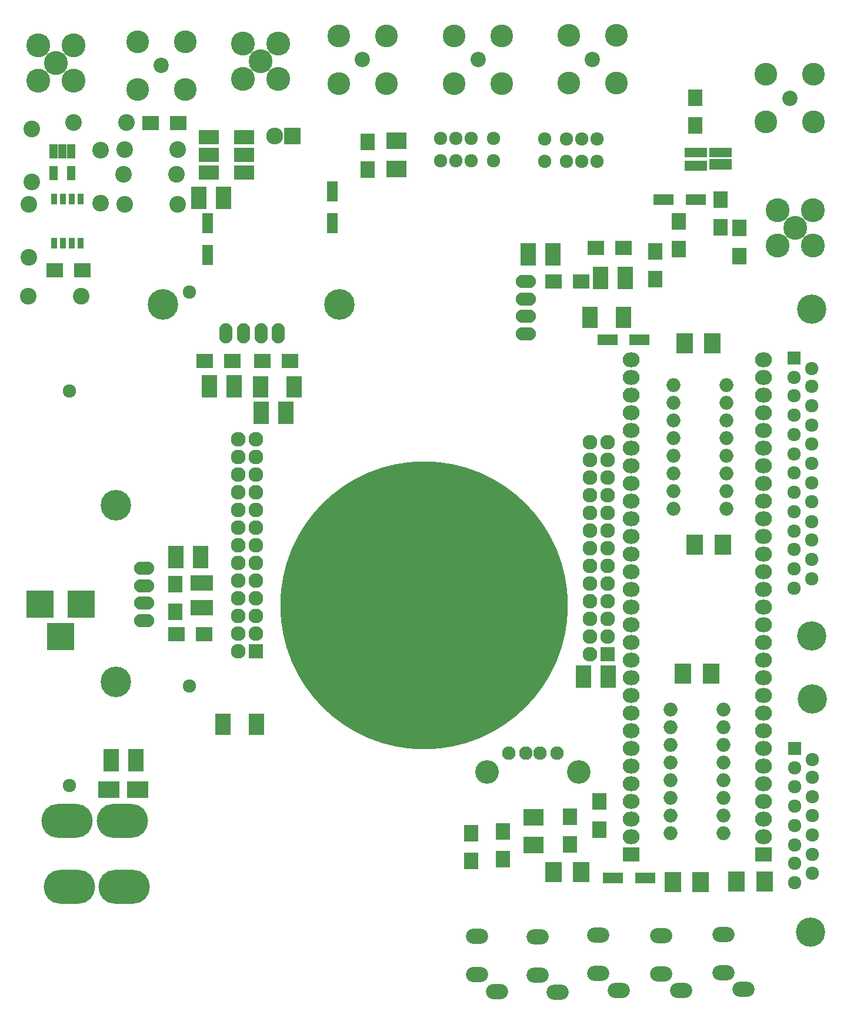
<source format=gbr>
G04 #@! TF.FileFunction,Soldermask,Top*
%FSLAX46Y46*%
G04 Gerber Fmt 4.6, Leading zero omitted, Abs format (unit mm)*
G04 Created by KiCad (PCBNEW 4.0.1-3.201512221401+6198~38~ubuntu15.10.1-stable) date Mon 22 Aug 2016 05:07:10 AM PDT*
%MOMM*%
G01*
G04 APERTURE LIST*
%ADD10C,0.100000*%
%ADD11C,2.398980*%
%ADD12R,1.598880X2.998420*%
%ADD13R,1.598880X3.000960*%
%ADD14R,2.127200X2.127200*%
%ADD15O,2.127200X2.127200*%
%ADD16R,2.178000X3.194000*%
%ADD17O,2.899360X1.901140*%
%ADD18R,2.200860X3.100020*%
%ADD19R,2.400000X2.000000*%
%ADD20R,2.100000X2.400000*%
%ADD21R,2.000000X2.400000*%
%ADD22C,1.924000*%
%ADD23R,2.400000X2.900000*%
%ADD24R,2.998420X1.598880*%
%ADD25R,3.000960X1.598880*%
%ADD26C,2.200000*%
%ADD27C,3.280000*%
%ADD28R,3.199080X1.598880*%
%ADD29R,3.199080X1.400760*%
%ADD30C,3.448000*%
%ADD31R,2.900000X2.400000*%
%ADD32R,2.432000X2.432000*%
%ADD33O,2.432000X2.432000*%
%ADD34R,2.940000X2.050000*%
%ADD35C,4.400000*%
%ADD36O,7.400000X4.900000*%
%ADD37O,1.901140X2.899360*%
%ADD38C,41.400000*%
%ADD39C,1.940000*%
%ADD40C,3.400000*%
%ADD41O,2.000000X2.000000*%
%ADD42R,3.194000X2.178000*%
%ADD43R,2.432000X2.127200*%
%ADD44O,2.432000X2.127200*%
%ADD45C,4.210000*%
%ADD46R,1.924000X1.924000*%
%ADD47O,3.200000X2.200000*%
%ADD48R,3.900120X3.900120*%
%ADD49R,3.051760X2.429460*%
%ADD50R,1.160000X2.050000*%
%ADD51R,0.908000X1.543000*%
G04 APERTURE END LIST*
D10*
D11*
X62150000Y-46265000D03*
X69770000Y-46265000D03*
D12*
X74070000Y-56872520D03*
D13*
X74070000Y-61475000D03*
D14*
X81017900Y-118459700D03*
D15*
X78477900Y-118459700D03*
X81017900Y-115919700D03*
X78477900Y-115919700D03*
X81017900Y-113379700D03*
X78477900Y-113379700D03*
X81017900Y-110839700D03*
X78477900Y-110839700D03*
X81017900Y-108299700D03*
X78477900Y-108299700D03*
X81017900Y-105759700D03*
X78477900Y-105759700D03*
X81017900Y-103219700D03*
X78477900Y-103219700D03*
X81017900Y-100679700D03*
X78477900Y-100679700D03*
X81017900Y-98139700D03*
X78477900Y-98139700D03*
X81017900Y-95599700D03*
X78477900Y-95599700D03*
X81017900Y-93059700D03*
X78477900Y-93059700D03*
X81017900Y-90519700D03*
X78477900Y-90519700D03*
X81017900Y-87979700D03*
X78477900Y-87979700D03*
D14*
X131612160Y-118838160D03*
D15*
X129072160Y-118838160D03*
X131612160Y-116298160D03*
X129072160Y-116298160D03*
X131612160Y-113758160D03*
X129072160Y-113758160D03*
X131612160Y-111218160D03*
X129072160Y-111218160D03*
X131612160Y-108678160D03*
X129072160Y-108678160D03*
X131612160Y-106138160D03*
X129072160Y-106138160D03*
X131612160Y-103598160D03*
X129072160Y-103598160D03*
X131612160Y-101058160D03*
X129072160Y-101058160D03*
X131612160Y-98518160D03*
X129072160Y-98518160D03*
X131612160Y-95978160D03*
X129072160Y-95978160D03*
X131612160Y-93438160D03*
X129072160Y-93438160D03*
X131612160Y-90898160D03*
X129072160Y-90898160D03*
X131612160Y-88358160D03*
X129072160Y-88358160D03*
D16*
X120205000Y-61400000D03*
X123761000Y-61400000D03*
D17*
X119855000Y-70275000D03*
X119855000Y-72775000D03*
X119855000Y-67775000D03*
X119855000Y-65275000D03*
D18*
X129129400Y-70450000D03*
X133930000Y-70450000D03*
D19*
X123880000Y-65300000D03*
X127880000Y-65300000D03*
D20*
X141855000Y-60590000D03*
X141855000Y-56590000D03*
D19*
X129930000Y-60400000D03*
X133930000Y-60400000D03*
D16*
X130599000Y-64775000D03*
X134155000Y-64775000D03*
D21*
X138535000Y-60930000D03*
X138535000Y-64930000D03*
D22*
X115200000Y-44705000D03*
X112000000Y-44705000D03*
X109800000Y-44705000D03*
X107600000Y-44705000D03*
X115200000Y-47905000D03*
X112000000Y-47905000D03*
X109800000Y-47905000D03*
X107600000Y-47905000D03*
D23*
X142740000Y-74115000D03*
X146740000Y-74115000D03*
D24*
X139722520Y-53455000D03*
D25*
X144325000Y-53455000D03*
D26*
X113005000Y-33385000D03*
D27*
X116435000Y-36815000D03*
X109575000Y-36815000D03*
X109575000Y-29955000D03*
X116435000Y-29955000D03*
D28*
X147925000Y-48424580D03*
D29*
X147925000Y-46705000D03*
X144323280Y-46705000D03*
D10*
G36*
X145922820Y-49305300D02*
X142723740Y-49305300D01*
X142723740Y-47904540D01*
X145922820Y-47904540D01*
X145922820Y-49305300D01*
X145922820Y-49305300D01*
G37*
D26*
X129450000Y-33330000D03*
D27*
X132880000Y-36760000D03*
X126020000Y-36760000D03*
X126020000Y-29900000D03*
X132880000Y-29900000D03*
D22*
X122550000Y-48005000D03*
X125750000Y-48005000D03*
X127950000Y-48005000D03*
X130150000Y-48005000D03*
X122550000Y-44805000D03*
X125750000Y-44805000D03*
X127950000Y-44805000D03*
X130150000Y-44805000D03*
D21*
X147925000Y-53455000D03*
X147925000Y-57455000D03*
D30*
X158626227Y-57543329D03*
X161166227Y-55003329D03*
X161166227Y-60083329D03*
X156086227Y-60083329D03*
X156086227Y-55003329D03*
D20*
X150650000Y-57580000D03*
X150650000Y-61580000D03*
D26*
X157861600Y-38929680D03*
D27*
X154431600Y-42359680D03*
X154431600Y-35499680D03*
X161291600Y-35499680D03*
X161291600Y-42359680D03*
D21*
X144275000Y-38830000D03*
X144275000Y-42830000D03*
D31*
X101250000Y-45055000D03*
X101250000Y-49055000D03*
D24*
X131635000Y-73645000D03*
D25*
X136237480Y-73645000D03*
D12*
X92060000Y-52297520D03*
D13*
X92060000Y-56900000D03*
D26*
X96375000Y-33365000D03*
D27*
X99805000Y-36795000D03*
X92945000Y-36795000D03*
X92945000Y-29935000D03*
X99805000Y-29935000D03*
D21*
X97100000Y-45155000D03*
X97100000Y-49155000D03*
D30*
X81685000Y-33625000D03*
X79145000Y-31085000D03*
X84225000Y-31085000D03*
X84225000Y-36165000D03*
X79145000Y-36165000D03*
D32*
X86245000Y-44330000D03*
D33*
X83705000Y-44330000D03*
D26*
X67410000Y-34230000D03*
D27*
X70840000Y-37660000D03*
X63980000Y-37660000D03*
X63980000Y-30800000D03*
X70840000Y-30800000D03*
D19*
X65840000Y-42455000D03*
X69840000Y-42455000D03*
D16*
X72795000Y-53235000D03*
X76351000Y-53235000D03*
D19*
X56075000Y-63680000D03*
X52075000Y-63680000D03*
D34*
X74205000Y-44560000D03*
X79285000Y-44560000D03*
X74205000Y-47100000D03*
X74205000Y-49640000D03*
X79285000Y-49640000D03*
X79285000Y-47100000D03*
D11*
X69720000Y-54210000D03*
X62100000Y-54210000D03*
X69575000Y-49895000D03*
X61955000Y-49895000D03*
D19*
X69545000Y-115990000D03*
X73545000Y-115990000D03*
D35*
X60880000Y-97450000D03*
X60880000Y-122850000D03*
D16*
X69510000Y-104915000D03*
X73066000Y-104915000D03*
D17*
X64925000Y-111520000D03*
X64925000Y-114020000D03*
X64925000Y-109020000D03*
X64925000Y-106520000D03*
D18*
X81684400Y-80400000D03*
X86485000Y-80400000D03*
D36*
X54140000Y-152325000D03*
X62040000Y-152325000D03*
D16*
X81759000Y-84150000D03*
X85315000Y-84150000D03*
X77870000Y-80300000D03*
X74314000Y-80300000D03*
D35*
X67675000Y-68590000D03*
X93075000Y-68590000D03*
D36*
X53880000Y-142835000D03*
X61780000Y-142835000D03*
D22*
X71415000Y-66755000D03*
X71415000Y-123455000D03*
D16*
X131766000Y-122065000D03*
X128210000Y-122065000D03*
D21*
X69405000Y-112780000D03*
X69405000Y-108780000D03*
D37*
X79240000Y-72705000D03*
X76740000Y-72705000D03*
X81740000Y-72705000D03*
X84240000Y-72705000D03*
D20*
X116585000Y-148345000D03*
X116585000Y-144345000D03*
X111990000Y-148585000D03*
X111990000Y-144585000D03*
D38*
X105250000Y-111805000D03*
D39*
X119900000Y-133105000D03*
X121900000Y-133105000D03*
X117400000Y-133105000D03*
X124400000Y-133105000D03*
D40*
X114330000Y-135815000D03*
X127470000Y-135815000D03*
D19*
X77670000Y-76655000D03*
X73670000Y-76655000D03*
X81925000Y-76655000D03*
X85925000Y-76655000D03*
D21*
X130490000Y-144050000D03*
X130490000Y-140050000D03*
D23*
X123865000Y-150210000D03*
X127865000Y-150210000D03*
D41*
X140700000Y-126800000D03*
X140700000Y-129340000D03*
X140700000Y-131880000D03*
X140700000Y-134420000D03*
X140700000Y-136960000D03*
X140700000Y-139500000D03*
X140700000Y-142040000D03*
X140700000Y-144580000D03*
X148320000Y-144580000D03*
X148320000Y-142040000D03*
X148320000Y-139500000D03*
X148320000Y-136960000D03*
X148320000Y-134420000D03*
X148320000Y-131880000D03*
X148320000Y-129340000D03*
X148320000Y-126800000D03*
D20*
X126270000Y-142225000D03*
X126270000Y-146225000D03*
D42*
X73265000Y-112155000D03*
X73265000Y-108599000D03*
D23*
X154230000Y-151510000D03*
X150230000Y-151510000D03*
X146520000Y-121670000D03*
X142520000Y-121670000D03*
X141010000Y-151640000D03*
X145010000Y-151640000D03*
X148220000Y-103090000D03*
X144220000Y-103090000D03*
D43*
X154100000Y-147680000D03*
D44*
X154100000Y-145140000D03*
X154100000Y-142600000D03*
X154100000Y-140060000D03*
X154100000Y-137520000D03*
X154100000Y-134980000D03*
X154100000Y-132440000D03*
X154100000Y-129900000D03*
X154100000Y-127360000D03*
X154100000Y-124820000D03*
X154100000Y-122280000D03*
X154100000Y-119740000D03*
X154100000Y-117200000D03*
X154100000Y-114660000D03*
X154100000Y-112120000D03*
X154100000Y-109580000D03*
X154100000Y-107040000D03*
X154100000Y-104500000D03*
X154100000Y-101960000D03*
X154100000Y-99420000D03*
X154100000Y-96880000D03*
X154100000Y-94340000D03*
X154100000Y-91800000D03*
X154100000Y-89260000D03*
X154100000Y-86720000D03*
X154100000Y-84180000D03*
X154100000Y-81640000D03*
X154100000Y-79100000D03*
X154100000Y-76560000D03*
D43*
X135050000Y-147680000D03*
D44*
X135050000Y-145140000D03*
X135050000Y-142600000D03*
X135050000Y-140060000D03*
X135050000Y-137520000D03*
X135050000Y-134980000D03*
X135050000Y-132440000D03*
X135050000Y-129900000D03*
X135050000Y-127360000D03*
X135050000Y-124820000D03*
X135050000Y-122280000D03*
X135050000Y-119740000D03*
X135050000Y-117200000D03*
X135050000Y-114660000D03*
X135050000Y-112120000D03*
X135050000Y-109580000D03*
X135050000Y-107040000D03*
X135050000Y-104500000D03*
X135050000Y-101960000D03*
X135050000Y-99420000D03*
X135050000Y-96880000D03*
X135050000Y-94340000D03*
X135050000Y-91800000D03*
X135050000Y-89260000D03*
X135050000Y-86720000D03*
X135050000Y-84180000D03*
X135050000Y-81640000D03*
X135050000Y-79100000D03*
X135050000Y-76560000D03*
D41*
X141095000Y-80185000D03*
X141095000Y-82725000D03*
X141095000Y-85265000D03*
X141095000Y-87805000D03*
X141095000Y-90345000D03*
X141095000Y-92885000D03*
X141095000Y-95425000D03*
X141095000Y-97965000D03*
X148715000Y-97965000D03*
X148715000Y-95425000D03*
X148715000Y-92885000D03*
X148715000Y-90345000D03*
X148715000Y-87805000D03*
X148715000Y-85265000D03*
X148715000Y-82725000D03*
X148715000Y-80185000D03*
D31*
X120955000Y-146310000D03*
X120955000Y-142310000D03*
D24*
X132442520Y-151055000D03*
D25*
X137045000Y-151055000D03*
D45*
X160835000Y-158855000D03*
X161089000Y-125327000D03*
D46*
X158549000Y-132439000D03*
D22*
X158549000Y-135233000D03*
X158549000Y-137900000D03*
X158549000Y-140694000D03*
X158549000Y-143488000D03*
X158549000Y-146282000D03*
X158549000Y-148949000D03*
X158549000Y-151743000D03*
X161089000Y-134013800D03*
X161089000Y-136553800D03*
X161089000Y-139347800D03*
X161089000Y-142091000D03*
X161089000Y-144834200D03*
X161089000Y-147628200D03*
X161089000Y-150371400D03*
D45*
X161065000Y-116250000D03*
X161065000Y-69260000D03*
D46*
X158525000Y-76245000D03*
D22*
X158525000Y-79039000D03*
X158525000Y-81706000D03*
X158525000Y-84500000D03*
X158525000Y-87294000D03*
X158525000Y-90088000D03*
X158525000Y-92755000D03*
X158525000Y-95549000D03*
X158525000Y-98343000D03*
X158525000Y-101137000D03*
X158525000Y-103804000D03*
X158525000Y-106598000D03*
X158525000Y-109392000D03*
X161065000Y-77819800D03*
X161065000Y-80359800D03*
X161065000Y-83153800D03*
X161065000Y-85897000D03*
X161065000Y-88640200D03*
X161065000Y-91434200D03*
X161065000Y-94177400D03*
X161065000Y-96920600D03*
X161065000Y-99765400D03*
X161065000Y-102457800D03*
X161065000Y-105201000D03*
X161065000Y-107995000D03*
D47*
X142235000Y-167200000D03*
X139335000Y-164800000D03*
X139335000Y-159300000D03*
X133225000Y-167175000D03*
X130325000Y-164775000D03*
X130325000Y-159275000D03*
X151245000Y-167045000D03*
X148345000Y-164645000D03*
X148345000Y-159145000D03*
X124470000Y-167420000D03*
X121570000Y-165020000D03*
X121570000Y-159520000D03*
X115720000Y-167335000D03*
X112820000Y-164935000D03*
X112820000Y-159435000D03*
D16*
X63781000Y-134105000D03*
X60225000Y-134105000D03*
D48*
X55910000Y-111645000D03*
X49910520Y-111645000D03*
X52910260Y-116344000D03*
D49*
X64030680Y-138295000D03*
X59860000Y-138295000D03*
D30*
X52250000Y-33835000D03*
X49710000Y-36375000D03*
X49710000Y-31295000D03*
X54790000Y-31295000D03*
X54790000Y-36375000D03*
D11*
X48780000Y-50940000D03*
X48780000Y-43320000D03*
X62390000Y-42375000D03*
X54770000Y-42375000D03*
X48340000Y-61780000D03*
X48340000Y-54160000D03*
X58685000Y-46345000D03*
X58685000Y-53965000D03*
X55910000Y-67360000D03*
X48290000Y-67360000D03*
D22*
X54215000Y-81045000D03*
X54215000Y-137745000D03*
D50*
X51880000Y-49685000D03*
X54420000Y-49685000D03*
X51880000Y-46510000D03*
X53150000Y-46510000D03*
X54420000Y-46510000D03*
D51*
X55780000Y-59770000D03*
X54510000Y-59770000D03*
X53240000Y-59770000D03*
X51970000Y-59770000D03*
X51970000Y-53420000D03*
X53240000Y-53420000D03*
X54510000Y-53420000D03*
X55780000Y-53420000D03*
D18*
X81075000Y-128915000D03*
X76274400Y-128915000D03*
M02*

</source>
